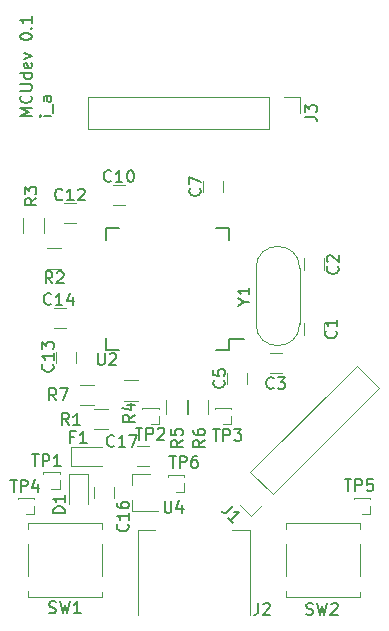
<source format=gbr>
G04 #@! TF.FileFunction,Legend,Top*
%FSLAX46Y46*%
G04 Gerber Fmt 4.6, Leading zero omitted, Abs format (unit mm)*
G04 Created by KiCad (PCBNEW 4.0.7-e2-6376~58~ubuntu16.04.1) date Tue Nov 14 14:50:52 2017*
%MOMM*%
%LPD*%
G01*
G04 APERTURE LIST*
%ADD10C,0.100000*%
%ADD11C,0.200000*%
%ADD12C,0.120000*%
%ADD13C,0.150000*%
G04 APERTURE END LIST*
D10*
D11*
X203842881Y-76461833D02*
X203176214Y-76461833D01*
X202842881Y-76461833D02*
X202890500Y-76509452D01*
X202938119Y-76461833D01*
X202890500Y-76414214D01*
X202842881Y-76461833D01*
X202938119Y-76461833D01*
X203938119Y-76223738D02*
X203938119Y-75461833D01*
X203842881Y-74795166D02*
X203319071Y-74795166D01*
X203223833Y-74842785D01*
X203176214Y-74938023D01*
X203176214Y-75128500D01*
X203223833Y-75223738D01*
X203795262Y-74795166D02*
X203842881Y-74890404D01*
X203842881Y-75128500D01*
X203795262Y-75223738D01*
X203700024Y-75271357D01*
X203604786Y-75271357D01*
X203509548Y-75223738D01*
X203461929Y-75128500D01*
X203461929Y-74890404D01*
X203414310Y-74795166D01*
X202191881Y-76453476D02*
X201191881Y-76453476D01*
X201906167Y-76120142D01*
X201191881Y-75786809D01*
X202191881Y-75786809D01*
X202096643Y-74739190D02*
X202144262Y-74786809D01*
X202191881Y-74929666D01*
X202191881Y-75024904D01*
X202144262Y-75167762D01*
X202049024Y-75263000D01*
X201953786Y-75310619D01*
X201763310Y-75358238D01*
X201620452Y-75358238D01*
X201429976Y-75310619D01*
X201334738Y-75263000D01*
X201239500Y-75167762D01*
X201191881Y-75024904D01*
X201191881Y-74929666D01*
X201239500Y-74786809D01*
X201287119Y-74739190D01*
X201191881Y-74310619D02*
X202001405Y-74310619D01*
X202096643Y-74263000D01*
X202144262Y-74215381D01*
X202191881Y-74120143D01*
X202191881Y-73929666D01*
X202144262Y-73834428D01*
X202096643Y-73786809D01*
X202001405Y-73739190D01*
X201191881Y-73739190D01*
X202191881Y-72834428D02*
X201191881Y-72834428D01*
X202144262Y-72834428D02*
X202191881Y-72929666D01*
X202191881Y-73120143D01*
X202144262Y-73215381D01*
X202096643Y-73263000D01*
X202001405Y-73310619D01*
X201715690Y-73310619D01*
X201620452Y-73263000D01*
X201572833Y-73215381D01*
X201525214Y-73120143D01*
X201525214Y-72929666D01*
X201572833Y-72834428D01*
X202144262Y-71977285D02*
X202191881Y-72072523D01*
X202191881Y-72263000D01*
X202144262Y-72358238D01*
X202049024Y-72405857D01*
X201668071Y-72405857D01*
X201572833Y-72358238D01*
X201525214Y-72263000D01*
X201525214Y-72072523D01*
X201572833Y-71977285D01*
X201668071Y-71929666D01*
X201763310Y-71929666D01*
X201858548Y-72405857D01*
X201525214Y-71596333D02*
X202191881Y-71358238D01*
X201525214Y-71120142D01*
X201191881Y-69786809D02*
X201191881Y-69691570D01*
X201239500Y-69596332D01*
X201287119Y-69548713D01*
X201382357Y-69501094D01*
X201572833Y-69453475D01*
X201810929Y-69453475D01*
X202001405Y-69501094D01*
X202096643Y-69548713D01*
X202144262Y-69596332D01*
X202191881Y-69691570D01*
X202191881Y-69786809D01*
X202144262Y-69882047D01*
X202096643Y-69929666D01*
X202001405Y-69977285D01*
X201810929Y-70024904D01*
X201572833Y-70024904D01*
X201382357Y-69977285D01*
X201287119Y-69929666D01*
X201239500Y-69882047D01*
X201191881Y-69786809D01*
X202096643Y-69024904D02*
X202144262Y-68977285D01*
X202191881Y-69024904D01*
X202144262Y-69072523D01*
X202096643Y-69024904D01*
X202191881Y-69024904D01*
X202191881Y-68024904D02*
X202191881Y-68596333D01*
X202191881Y-68310619D02*
X201191881Y-68310619D01*
X201334738Y-68405857D01*
X201429976Y-68501095D01*
X201477595Y-68596333D01*
D12*
X226910000Y-94988000D02*
X226910000Y-93988000D01*
X225210000Y-93988000D02*
X225210000Y-94988000D01*
X225197300Y-88488900D02*
X225197300Y-89488900D01*
X226897300Y-89488900D02*
X226897300Y-88488900D01*
X223385000Y-96559000D02*
X222385000Y-96559000D01*
X222385000Y-98259000D02*
X223385000Y-98259000D01*
X218733000Y-98179000D02*
X218733000Y-99179000D01*
X220433000Y-99179000D02*
X220433000Y-98179000D01*
X216701000Y-81923000D02*
X216701000Y-82923000D01*
X218401000Y-82923000D02*
X218401000Y-81923000D01*
X209050000Y-84035000D02*
X210050000Y-84035000D01*
X210050000Y-82335000D02*
X209050000Y-82335000D01*
X205922500Y-83795500D02*
X204922500Y-83795500D01*
X204922500Y-85495500D02*
X205922500Y-85495500D01*
X205955000Y-97401000D02*
X205955000Y-96401000D01*
X204255000Y-96401000D02*
X204255000Y-97401000D01*
X204097000Y-94449000D02*
X205097000Y-94449000D01*
X205097000Y-92749000D02*
X204097000Y-92749000D01*
X209130000Y-108831000D02*
X209130000Y-107831000D01*
X207430000Y-107831000D02*
X207430000Y-108831000D01*
X211082000Y-106133000D02*
X212082000Y-106133000D01*
X212082000Y-104433000D02*
X211082000Y-104433000D01*
X206921000Y-106731000D02*
X205321000Y-106731000D01*
X205321000Y-106731000D02*
X205321000Y-109331000D01*
X206921000Y-106731000D02*
X206921000Y-109331000D01*
X205537000Y-104483000D02*
X205537000Y-106083000D01*
X205537000Y-106083000D02*
X208137000Y-106083000D01*
X205537000Y-104483000D02*
X208137000Y-104483000D01*
X231587160Y-99477744D02*
X229706256Y-97596840D01*
X222564478Y-108500426D02*
X231587160Y-99477744D01*
X220683574Y-106619522D02*
X229706256Y-97596840D01*
X222564478Y-108500426D02*
X220683574Y-106619522D01*
X221666452Y-109398452D02*
X220726000Y-110338904D01*
X220726000Y-110338904D02*
X219785548Y-109398452D01*
X203489000Y-87639000D02*
X204689000Y-87639000D01*
X204689000Y-89399000D02*
X203489000Y-89399000D01*
X203191000Y-85125000D02*
X203191000Y-86325000D01*
X201431000Y-86325000D02*
X201431000Y-85125000D01*
X211166000Y-100575000D02*
X209966000Y-100575000D01*
X209966000Y-98815000D02*
X211166000Y-98815000D01*
X215306800Y-100517400D02*
X215306800Y-101717400D01*
X213546800Y-101717400D02*
X213546800Y-100517400D01*
X215375600Y-101717400D02*
X215375600Y-100517400D01*
X217135600Y-100517400D02*
X217135600Y-101717400D01*
X201828000Y-116696000D02*
X201828000Y-117146000D01*
X201828000Y-117146000D02*
X208128000Y-117146000D01*
X208128000Y-117146000D02*
X208128000Y-116746000D01*
X201828000Y-115396000D02*
X201828000Y-112696000D01*
X208128000Y-112696000D02*
X208128000Y-115396000D01*
X201828000Y-110946000D02*
X208128000Y-110946000D01*
X208128000Y-110946000D02*
X208128000Y-111396000D01*
X201828000Y-111396000D02*
X201828000Y-110946000D01*
X223672000Y-116696000D02*
X223672000Y-117146000D01*
X223672000Y-117146000D02*
X229972000Y-117146000D01*
X229972000Y-117146000D02*
X229972000Y-116746000D01*
X223672000Y-115396000D02*
X223672000Y-112696000D01*
X229972000Y-112696000D02*
X229972000Y-115396000D01*
X223672000Y-110946000D02*
X229972000Y-110946000D01*
X229972000Y-110946000D02*
X229972000Y-111396000D01*
X223672000Y-111396000D02*
X223672000Y-110946000D01*
X210695000Y-106751000D02*
X210695000Y-107681000D01*
X210695000Y-109911000D02*
X210695000Y-108981000D01*
X210695000Y-109911000D02*
X212855000Y-109911000D01*
X210695000Y-106751000D02*
X212155000Y-106751000D01*
X206950000Y-74870000D02*
X206950000Y-77530000D01*
X222250000Y-74870000D02*
X206950000Y-74870000D01*
X222250000Y-77530000D02*
X206950000Y-77530000D01*
X222250000Y-74870000D02*
X222250000Y-77530000D01*
X223520000Y-74870000D02*
X224850000Y-74870000D01*
X224850000Y-74870000D02*
X224850000Y-76200000D01*
X204530000Y-106630000D02*
X203140000Y-106630000D01*
X204530000Y-106630000D02*
X204530000Y-106755000D01*
X203140000Y-106630000D02*
X203140000Y-106755000D01*
X204530000Y-106630000D02*
X204443276Y-106630000D01*
X203226724Y-106630000D02*
X203140000Y-106630000D01*
X204530000Y-107315000D02*
X204530000Y-108000000D01*
X204530000Y-108000000D02*
X203835000Y-108000000D01*
X212937400Y-101169000D02*
X211547400Y-101169000D01*
X212937400Y-101169000D02*
X212937400Y-101294000D01*
X211547400Y-101169000D02*
X211547400Y-101294000D01*
X212937400Y-101169000D02*
X212850676Y-101169000D01*
X211634124Y-101169000D02*
X211547400Y-101169000D01*
X212937400Y-101854000D02*
X212937400Y-102539000D01*
X212937400Y-102539000D02*
X212242400Y-102539000D01*
X219084200Y-101169000D02*
X217694200Y-101169000D01*
X219084200Y-101169000D02*
X219084200Y-101294000D01*
X217694200Y-101169000D02*
X217694200Y-101294000D01*
X219084200Y-101169000D02*
X218997476Y-101169000D01*
X217780924Y-101169000D02*
X217694200Y-101169000D01*
X219084200Y-101854000D02*
X219084200Y-102539000D01*
X219084200Y-102539000D02*
X218389200Y-102539000D01*
X202371000Y-108789000D02*
X200981000Y-108789000D01*
X202371000Y-108789000D02*
X202371000Y-108914000D01*
X200981000Y-108789000D02*
X200981000Y-108914000D01*
X202371000Y-108789000D02*
X202284276Y-108789000D01*
X201067724Y-108789000D02*
X200981000Y-108789000D01*
X202371000Y-109474000D02*
X202371000Y-110159000D01*
X202371000Y-110159000D02*
X201676000Y-110159000D01*
X230819000Y-108789000D02*
X229429000Y-108789000D01*
X230819000Y-108789000D02*
X230819000Y-108914000D01*
X229429000Y-108789000D02*
X229429000Y-108914000D01*
X230819000Y-108789000D02*
X230732276Y-108789000D01*
X229515724Y-108789000D02*
X229429000Y-108789000D01*
X230819000Y-109474000D02*
X230819000Y-110159000D01*
X230819000Y-110159000D02*
X230124000Y-110159000D01*
X215071000Y-106884000D02*
X213681000Y-106884000D01*
X215071000Y-106884000D02*
X215071000Y-107009000D01*
X213681000Y-106884000D02*
X213681000Y-107009000D01*
X215071000Y-106884000D02*
X214984276Y-106884000D01*
X213767724Y-106884000D02*
X213681000Y-106884000D01*
X215071000Y-107569000D02*
X215071000Y-108254000D01*
X215071000Y-108254000D02*
X214376000Y-108254000D01*
D13*
X218852500Y-96297500D02*
X218852500Y-95347500D01*
X208502500Y-96297500D02*
X208502500Y-95247500D01*
X208502500Y-85947500D02*
X208502500Y-86997500D01*
X218852500Y-85947500D02*
X218852500Y-86997500D01*
X218852500Y-96297500D02*
X217802500Y-96297500D01*
X218852500Y-85947500D02*
X217802500Y-85947500D01*
X208502500Y-85947500D02*
X209552500Y-85947500D01*
X208502500Y-96297500D02*
X209552500Y-96297500D01*
X218852500Y-95347500D02*
X220127500Y-95347500D01*
D12*
X208626000Y-102988000D02*
X207426000Y-102988000D01*
X207426000Y-101228000D02*
X208626000Y-101228000D01*
X207483000Y-100956000D02*
X206283000Y-100956000D01*
X206283000Y-99196000D02*
X207483000Y-99196000D01*
X219150000Y-111470000D02*
X220650000Y-111470000D01*
X220650000Y-111470000D02*
X220650000Y-118730000D01*
X211150000Y-111470000D02*
X211150000Y-118730000D01*
X211150000Y-111470000D02*
X212650000Y-111470000D01*
X221162000Y-94049000D02*
X221162000Y-89349000D01*
X224862000Y-94049000D02*
X224862000Y-89349000D01*
X224862000Y-94049000D02*
G75*
G02X221162000Y-94049000I-1850000J0D01*
G01*
X224862000Y-89349000D02*
G75*
G03X221162000Y-89349000I-1850000J0D01*
G01*
D13*
X227917143Y-94654666D02*
X227964762Y-94702285D01*
X228012381Y-94845142D01*
X228012381Y-94940380D01*
X227964762Y-95083238D01*
X227869524Y-95178476D01*
X227774286Y-95226095D01*
X227583810Y-95273714D01*
X227440952Y-95273714D01*
X227250476Y-95226095D01*
X227155238Y-95178476D01*
X227060000Y-95083238D01*
X227012381Y-94940380D01*
X227012381Y-94845142D01*
X227060000Y-94702285D01*
X227107619Y-94654666D01*
X228012381Y-93702285D02*
X228012381Y-94273714D01*
X228012381Y-93988000D02*
X227012381Y-93988000D01*
X227155238Y-94083238D01*
X227250476Y-94178476D01*
X227298095Y-94273714D01*
X228068143Y-89193666D02*
X228115762Y-89241285D01*
X228163381Y-89384142D01*
X228163381Y-89479380D01*
X228115762Y-89622238D01*
X228020524Y-89717476D01*
X227925286Y-89765095D01*
X227734810Y-89812714D01*
X227591952Y-89812714D01*
X227401476Y-89765095D01*
X227306238Y-89717476D01*
X227211000Y-89622238D01*
X227163381Y-89479380D01*
X227163381Y-89384142D01*
X227211000Y-89241285D01*
X227258619Y-89193666D01*
X227258619Y-88812714D02*
X227211000Y-88765095D01*
X227163381Y-88669857D01*
X227163381Y-88431761D01*
X227211000Y-88336523D01*
X227258619Y-88288904D01*
X227353857Y-88241285D01*
X227449095Y-88241285D01*
X227591952Y-88288904D01*
X228163381Y-88860333D01*
X228163381Y-88241285D01*
X222654834Y-99480643D02*
X222607215Y-99528262D01*
X222464358Y-99575881D01*
X222369120Y-99575881D01*
X222226262Y-99528262D01*
X222131024Y-99433024D01*
X222083405Y-99337786D01*
X222035786Y-99147310D01*
X222035786Y-99004452D01*
X222083405Y-98813976D01*
X222131024Y-98718738D01*
X222226262Y-98623500D01*
X222369120Y-98575881D01*
X222464358Y-98575881D01*
X222607215Y-98623500D01*
X222654834Y-98671119D01*
X222988167Y-98575881D02*
X223607215Y-98575881D01*
X223273881Y-98956833D01*
X223416739Y-98956833D01*
X223511977Y-99004452D01*
X223559596Y-99052071D01*
X223607215Y-99147310D01*
X223607215Y-99385405D01*
X223559596Y-99480643D01*
X223511977Y-99528262D01*
X223416739Y-99575881D01*
X223131024Y-99575881D01*
X223035786Y-99528262D01*
X222988167Y-99480643D01*
X218440143Y-98845666D02*
X218487762Y-98893285D01*
X218535381Y-99036142D01*
X218535381Y-99131380D01*
X218487762Y-99274238D01*
X218392524Y-99369476D01*
X218297286Y-99417095D01*
X218106810Y-99464714D01*
X217963952Y-99464714D01*
X217773476Y-99417095D01*
X217678238Y-99369476D01*
X217583000Y-99274238D01*
X217535381Y-99131380D01*
X217535381Y-99036142D01*
X217583000Y-98893285D01*
X217630619Y-98845666D01*
X217535381Y-97940904D02*
X217535381Y-98417095D01*
X218011571Y-98464714D01*
X217963952Y-98417095D01*
X217916333Y-98321857D01*
X217916333Y-98083761D01*
X217963952Y-97988523D01*
X218011571Y-97940904D01*
X218106810Y-97893285D01*
X218344905Y-97893285D01*
X218440143Y-97940904D01*
X218487762Y-97988523D01*
X218535381Y-98083761D01*
X218535381Y-98321857D01*
X218487762Y-98417095D01*
X218440143Y-98464714D01*
X216408143Y-82589666D02*
X216455762Y-82637285D01*
X216503381Y-82780142D01*
X216503381Y-82875380D01*
X216455762Y-83018238D01*
X216360524Y-83113476D01*
X216265286Y-83161095D01*
X216074810Y-83208714D01*
X215931952Y-83208714D01*
X215741476Y-83161095D01*
X215646238Y-83113476D01*
X215551000Y-83018238D01*
X215503381Y-82875380D01*
X215503381Y-82780142D01*
X215551000Y-82637285D01*
X215598619Y-82589666D01*
X215503381Y-82256333D02*
X215503381Y-81589666D01*
X216503381Y-82018238D01*
X208907143Y-81954643D02*
X208859524Y-82002262D01*
X208716667Y-82049881D01*
X208621429Y-82049881D01*
X208478571Y-82002262D01*
X208383333Y-81907024D01*
X208335714Y-81811786D01*
X208288095Y-81621310D01*
X208288095Y-81478452D01*
X208335714Y-81287976D01*
X208383333Y-81192738D01*
X208478571Y-81097500D01*
X208621429Y-81049881D01*
X208716667Y-81049881D01*
X208859524Y-81097500D01*
X208907143Y-81145119D01*
X209859524Y-82049881D02*
X209288095Y-82049881D01*
X209573809Y-82049881D02*
X209573809Y-81049881D01*
X209478571Y-81192738D01*
X209383333Y-81287976D01*
X209288095Y-81335595D01*
X210478571Y-81049881D02*
X210573810Y-81049881D01*
X210669048Y-81097500D01*
X210716667Y-81145119D01*
X210764286Y-81240357D01*
X210811905Y-81430833D01*
X210811905Y-81668929D01*
X210764286Y-81859405D01*
X210716667Y-81954643D01*
X210669048Y-82002262D01*
X210573810Y-82049881D01*
X210478571Y-82049881D01*
X210383333Y-82002262D01*
X210335714Y-81954643D01*
X210288095Y-81859405D01*
X210240476Y-81668929D01*
X210240476Y-81430833D01*
X210288095Y-81240357D01*
X210335714Y-81145119D01*
X210383333Y-81097500D01*
X210478571Y-81049881D01*
X204779643Y-83502643D02*
X204732024Y-83550262D01*
X204589167Y-83597881D01*
X204493929Y-83597881D01*
X204351071Y-83550262D01*
X204255833Y-83455024D01*
X204208214Y-83359786D01*
X204160595Y-83169310D01*
X204160595Y-83026452D01*
X204208214Y-82835976D01*
X204255833Y-82740738D01*
X204351071Y-82645500D01*
X204493929Y-82597881D01*
X204589167Y-82597881D01*
X204732024Y-82645500D01*
X204779643Y-82693119D01*
X205732024Y-83597881D02*
X205160595Y-83597881D01*
X205446309Y-83597881D02*
X205446309Y-82597881D01*
X205351071Y-82740738D01*
X205255833Y-82835976D01*
X205160595Y-82883595D01*
X206112976Y-82693119D02*
X206160595Y-82645500D01*
X206255833Y-82597881D01*
X206493929Y-82597881D01*
X206589167Y-82645500D01*
X206636786Y-82693119D01*
X206684405Y-82788357D01*
X206684405Y-82883595D01*
X206636786Y-83026452D01*
X206065357Y-83597881D01*
X206684405Y-83597881D01*
X203938143Y-97480357D02*
X203985762Y-97527976D01*
X204033381Y-97670833D01*
X204033381Y-97766071D01*
X203985762Y-97908929D01*
X203890524Y-98004167D01*
X203795286Y-98051786D01*
X203604810Y-98099405D01*
X203461952Y-98099405D01*
X203271476Y-98051786D01*
X203176238Y-98004167D01*
X203081000Y-97908929D01*
X203033381Y-97766071D01*
X203033381Y-97670833D01*
X203081000Y-97527976D01*
X203128619Y-97480357D01*
X204033381Y-96527976D02*
X204033381Y-97099405D01*
X204033381Y-96813691D02*
X203033381Y-96813691D01*
X203176238Y-96908929D01*
X203271476Y-97004167D01*
X203319095Y-97099405D01*
X203033381Y-96194643D02*
X203033381Y-95575595D01*
X203414333Y-95908929D01*
X203414333Y-95766071D01*
X203461952Y-95670833D01*
X203509571Y-95623214D01*
X203604810Y-95575595D01*
X203842905Y-95575595D01*
X203938143Y-95623214D01*
X203985762Y-95670833D01*
X204033381Y-95766071D01*
X204033381Y-96051786D01*
X203985762Y-96147024D01*
X203938143Y-96194643D01*
X203827143Y-92368643D02*
X203779524Y-92416262D01*
X203636667Y-92463881D01*
X203541429Y-92463881D01*
X203398571Y-92416262D01*
X203303333Y-92321024D01*
X203255714Y-92225786D01*
X203208095Y-92035310D01*
X203208095Y-91892452D01*
X203255714Y-91701976D01*
X203303333Y-91606738D01*
X203398571Y-91511500D01*
X203541429Y-91463881D01*
X203636667Y-91463881D01*
X203779524Y-91511500D01*
X203827143Y-91559119D01*
X204779524Y-92463881D02*
X204208095Y-92463881D01*
X204493809Y-92463881D02*
X204493809Y-91463881D01*
X204398571Y-91606738D01*
X204303333Y-91701976D01*
X204208095Y-91749595D01*
X205636667Y-91797214D02*
X205636667Y-92463881D01*
X205398571Y-91416262D02*
X205160476Y-92130548D01*
X205779524Y-92130548D01*
X210288143Y-111005857D02*
X210335762Y-111053476D01*
X210383381Y-111196333D01*
X210383381Y-111291571D01*
X210335762Y-111434429D01*
X210240524Y-111529667D01*
X210145286Y-111577286D01*
X209954810Y-111624905D01*
X209811952Y-111624905D01*
X209621476Y-111577286D01*
X209526238Y-111529667D01*
X209431000Y-111434429D01*
X209383381Y-111291571D01*
X209383381Y-111196333D01*
X209431000Y-111053476D01*
X209478619Y-111005857D01*
X210383381Y-110053476D02*
X210383381Y-110624905D01*
X210383381Y-110339191D02*
X209383381Y-110339191D01*
X209526238Y-110434429D01*
X209621476Y-110529667D01*
X209669095Y-110624905D01*
X209383381Y-109196333D02*
X209383381Y-109386810D01*
X209431000Y-109482048D01*
X209478619Y-109529667D01*
X209621476Y-109624905D01*
X209811952Y-109672524D01*
X210192905Y-109672524D01*
X210288143Y-109624905D01*
X210335762Y-109577286D01*
X210383381Y-109482048D01*
X210383381Y-109291571D01*
X210335762Y-109196333D01*
X210288143Y-109148714D01*
X210192905Y-109101095D01*
X209954810Y-109101095D01*
X209859571Y-109148714D01*
X209811952Y-109196333D01*
X209764333Y-109291571D01*
X209764333Y-109482048D01*
X209811952Y-109577286D01*
X209859571Y-109624905D01*
X209954810Y-109672524D01*
X209161143Y-104370143D02*
X209113524Y-104417762D01*
X208970667Y-104465381D01*
X208875429Y-104465381D01*
X208732571Y-104417762D01*
X208637333Y-104322524D01*
X208589714Y-104227286D01*
X208542095Y-104036810D01*
X208542095Y-103893952D01*
X208589714Y-103703476D01*
X208637333Y-103608238D01*
X208732571Y-103513000D01*
X208875429Y-103465381D01*
X208970667Y-103465381D01*
X209113524Y-103513000D01*
X209161143Y-103560619D01*
X210113524Y-104465381D02*
X209542095Y-104465381D01*
X209827809Y-104465381D02*
X209827809Y-103465381D01*
X209732571Y-103608238D01*
X209637333Y-103703476D01*
X209542095Y-103751095D01*
X210446857Y-103465381D02*
X211113524Y-103465381D01*
X210684952Y-104465381D01*
X204985881Y-110085095D02*
X203985881Y-110085095D01*
X203985881Y-109847000D01*
X204033500Y-109704142D01*
X204128738Y-109608904D01*
X204223976Y-109561285D01*
X204414452Y-109513666D01*
X204557310Y-109513666D01*
X204747786Y-109561285D01*
X204843024Y-109608904D01*
X204938262Y-109704142D01*
X204985881Y-109847000D01*
X204985881Y-110085095D01*
X204985881Y-108561285D02*
X204985881Y-109132714D01*
X204985881Y-108847000D02*
X203985881Y-108847000D01*
X204128738Y-108942238D01*
X204223976Y-109037476D01*
X204271595Y-109132714D01*
X205787667Y-103624071D02*
X205454333Y-103624071D01*
X205454333Y-104147881D02*
X205454333Y-103147881D01*
X205930524Y-103147881D01*
X206835286Y-104147881D02*
X206263857Y-104147881D01*
X206549571Y-104147881D02*
X206549571Y-103147881D01*
X206454333Y-103290738D01*
X206359095Y-103385976D01*
X206263857Y-103433595D01*
X219229964Y-109482632D02*
X218724888Y-109987708D01*
X218590200Y-110055051D01*
X218455513Y-110055051D01*
X218320826Y-109987708D01*
X218253483Y-109920364D01*
X219229964Y-110896845D02*
X218825903Y-110492784D01*
X219027933Y-110694814D02*
X219735040Y-109987708D01*
X219566681Y-110021379D01*
X219431994Y-110021379D01*
X219330979Y-109987708D01*
X203922334Y-90621381D02*
X203589000Y-90145190D01*
X203350905Y-90621381D02*
X203350905Y-89621381D01*
X203731858Y-89621381D01*
X203827096Y-89669000D01*
X203874715Y-89716619D01*
X203922334Y-89811857D01*
X203922334Y-89954714D01*
X203874715Y-90049952D01*
X203827096Y-90097571D01*
X203731858Y-90145190D01*
X203350905Y-90145190D01*
X204303286Y-89716619D02*
X204350905Y-89669000D01*
X204446143Y-89621381D01*
X204684239Y-89621381D01*
X204779477Y-89669000D01*
X204827096Y-89716619D01*
X204874715Y-89811857D01*
X204874715Y-89907095D01*
X204827096Y-90049952D01*
X204255667Y-90621381D01*
X204874715Y-90621381D01*
X202572881Y-83415166D02*
X202096690Y-83748500D01*
X202572881Y-83986595D02*
X201572881Y-83986595D01*
X201572881Y-83605642D01*
X201620500Y-83510404D01*
X201668119Y-83462785D01*
X201763357Y-83415166D01*
X201906214Y-83415166D01*
X202001452Y-83462785D01*
X202049071Y-83510404D01*
X202096690Y-83605642D01*
X202096690Y-83986595D01*
X201572881Y-83081833D02*
X201572881Y-82462785D01*
X201953833Y-82796119D01*
X201953833Y-82653261D01*
X202001452Y-82558023D01*
X202049071Y-82510404D01*
X202144310Y-82462785D01*
X202382405Y-82462785D01*
X202477643Y-82510404D01*
X202525262Y-82558023D01*
X202572881Y-82653261D01*
X202572881Y-82938976D01*
X202525262Y-83034214D01*
X202477643Y-83081833D01*
X210891381Y-101766666D02*
X210415190Y-102100000D01*
X210891381Y-102338095D02*
X209891381Y-102338095D01*
X209891381Y-101957142D01*
X209939000Y-101861904D01*
X209986619Y-101814285D01*
X210081857Y-101766666D01*
X210224714Y-101766666D01*
X210319952Y-101814285D01*
X210367571Y-101861904D01*
X210415190Y-101957142D01*
X210415190Y-102338095D01*
X210224714Y-100909523D02*
X210891381Y-100909523D01*
X209843762Y-101147619D02*
X210558048Y-101385714D01*
X210558048Y-100766666D01*
X214942681Y-103887566D02*
X214466490Y-104220900D01*
X214942681Y-104458995D02*
X213942681Y-104458995D01*
X213942681Y-104078042D01*
X213990300Y-103982804D01*
X214037919Y-103935185D01*
X214133157Y-103887566D01*
X214276014Y-103887566D01*
X214371252Y-103935185D01*
X214418871Y-103982804D01*
X214466490Y-104078042D01*
X214466490Y-104458995D01*
X213942681Y-102982804D02*
X213942681Y-103458995D01*
X214418871Y-103506614D01*
X214371252Y-103458995D01*
X214323633Y-103363757D01*
X214323633Y-103125661D01*
X214371252Y-103030423D01*
X214418871Y-102982804D01*
X214514110Y-102935185D01*
X214752205Y-102935185D01*
X214847443Y-102982804D01*
X214895062Y-103030423D01*
X214942681Y-103125661D01*
X214942681Y-103363757D01*
X214895062Y-103458995D01*
X214847443Y-103506614D01*
X216834981Y-103887566D02*
X216358790Y-104220900D01*
X216834981Y-104458995D02*
X215834981Y-104458995D01*
X215834981Y-104078042D01*
X215882600Y-103982804D01*
X215930219Y-103935185D01*
X216025457Y-103887566D01*
X216168314Y-103887566D01*
X216263552Y-103935185D01*
X216311171Y-103982804D01*
X216358790Y-104078042D01*
X216358790Y-104458995D01*
X215834981Y-103030423D02*
X215834981Y-103220900D01*
X215882600Y-103316138D01*
X215930219Y-103363757D01*
X216073076Y-103458995D01*
X216263552Y-103506614D01*
X216644505Y-103506614D01*
X216739743Y-103458995D01*
X216787362Y-103411376D01*
X216834981Y-103316138D01*
X216834981Y-103125661D01*
X216787362Y-103030423D01*
X216739743Y-102982804D01*
X216644505Y-102935185D01*
X216406410Y-102935185D01*
X216311171Y-102982804D01*
X216263552Y-103030423D01*
X216215933Y-103125661D01*
X216215933Y-103316138D01*
X216263552Y-103411376D01*
X216311171Y-103458995D01*
X216406410Y-103506614D01*
X203644667Y-118514762D02*
X203787524Y-118562381D01*
X204025620Y-118562381D01*
X204120858Y-118514762D01*
X204168477Y-118467143D01*
X204216096Y-118371905D01*
X204216096Y-118276667D01*
X204168477Y-118181429D01*
X204120858Y-118133810D01*
X204025620Y-118086190D01*
X203835143Y-118038571D01*
X203739905Y-117990952D01*
X203692286Y-117943333D01*
X203644667Y-117848095D01*
X203644667Y-117752857D01*
X203692286Y-117657619D01*
X203739905Y-117610000D01*
X203835143Y-117562381D01*
X204073239Y-117562381D01*
X204216096Y-117610000D01*
X204549429Y-117562381D02*
X204787524Y-118562381D01*
X204978001Y-117848095D01*
X205168477Y-118562381D01*
X205406572Y-117562381D01*
X206311334Y-118562381D02*
X205739905Y-118562381D01*
X206025619Y-118562381D02*
X206025619Y-117562381D01*
X205930381Y-117705238D01*
X205835143Y-117800476D01*
X205739905Y-117848095D01*
X225425167Y-118641762D02*
X225568024Y-118689381D01*
X225806120Y-118689381D01*
X225901358Y-118641762D01*
X225948977Y-118594143D01*
X225996596Y-118498905D01*
X225996596Y-118403667D01*
X225948977Y-118308429D01*
X225901358Y-118260810D01*
X225806120Y-118213190D01*
X225615643Y-118165571D01*
X225520405Y-118117952D01*
X225472786Y-118070333D01*
X225425167Y-117975095D01*
X225425167Y-117879857D01*
X225472786Y-117784619D01*
X225520405Y-117737000D01*
X225615643Y-117689381D01*
X225853739Y-117689381D01*
X225996596Y-117737000D01*
X226329929Y-117689381D02*
X226568024Y-118689381D01*
X226758501Y-117975095D01*
X226948977Y-118689381D01*
X227187072Y-117689381D01*
X227520405Y-117784619D02*
X227568024Y-117737000D01*
X227663262Y-117689381D01*
X227901358Y-117689381D01*
X227996596Y-117737000D01*
X228044215Y-117784619D01*
X228091834Y-117879857D01*
X228091834Y-117975095D01*
X228044215Y-118117952D01*
X227472786Y-118689381D01*
X228091834Y-118689381D01*
X213423595Y-109053381D02*
X213423595Y-109862905D01*
X213471214Y-109958143D01*
X213518833Y-110005762D01*
X213614071Y-110053381D01*
X213804548Y-110053381D01*
X213899786Y-110005762D01*
X213947405Y-109958143D01*
X213995024Y-109862905D01*
X213995024Y-109053381D01*
X214899786Y-109386714D02*
X214899786Y-110053381D01*
X214661690Y-109005762D02*
X214423595Y-109720048D01*
X215042643Y-109720048D01*
X225302381Y-76533333D02*
X226016667Y-76533333D01*
X226159524Y-76580953D01*
X226254762Y-76676191D01*
X226302381Y-76819048D01*
X226302381Y-76914286D01*
X225302381Y-76152381D02*
X225302381Y-75533333D01*
X225683333Y-75866667D01*
X225683333Y-75723809D01*
X225730952Y-75628571D01*
X225778571Y-75580952D01*
X225873810Y-75533333D01*
X226111905Y-75533333D01*
X226207143Y-75580952D01*
X226254762Y-75628571D01*
X226302381Y-75723809D01*
X226302381Y-76009524D01*
X226254762Y-76104762D01*
X226207143Y-76152381D01*
X202192095Y-105116381D02*
X202763524Y-105116381D01*
X202477809Y-106116381D02*
X202477809Y-105116381D01*
X203096857Y-106116381D02*
X203096857Y-105116381D01*
X203477810Y-105116381D01*
X203573048Y-105164000D01*
X203620667Y-105211619D01*
X203668286Y-105306857D01*
X203668286Y-105449714D01*
X203620667Y-105544952D01*
X203573048Y-105592571D01*
X203477810Y-105640190D01*
X203096857Y-105640190D01*
X204620667Y-106116381D02*
X204049238Y-106116381D01*
X204334952Y-106116381D02*
X204334952Y-105116381D01*
X204239714Y-105259238D01*
X204144476Y-105354476D01*
X204049238Y-105402095D01*
X210980495Y-102866381D02*
X211551924Y-102866381D01*
X211266209Y-103866381D02*
X211266209Y-102866381D01*
X211885257Y-103866381D02*
X211885257Y-102866381D01*
X212266210Y-102866381D01*
X212361448Y-102914000D01*
X212409067Y-102961619D01*
X212456686Y-103056857D01*
X212456686Y-103199714D01*
X212409067Y-103294952D01*
X212361448Y-103342571D01*
X212266210Y-103390190D01*
X211885257Y-103390190D01*
X212837638Y-102961619D02*
X212885257Y-102914000D01*
X212980495Y-102866381D01*
X213218591Y-102866381D01*
X213313829Y-102914000D01*
X213361448Y-102961619D01*
X213409067Y-103056857D01*
X213409067Y-103152095D01*
X213361448Y-103294952D01*
X212790019Y-103866381D01*
X213409067Y-103866381D01*
X217508295Y-102957381D02*
X218079724Y-102957381D01*
X217794009Y-103957381D02*
X217794009Y-102957381D01*
X218413057Y-103957381D02*
X218413057Y-102957381D01*
X218794010Y-102957381D01*
X218889248Y-103005000D01*
X218936867Y-103052619D01*
X218984486Y-103147857D01*
X218984486Y-103290714D01*
X218936867Y-103385952D01*
X218889248Y-103433571D01*
X218794010Y-103481190D01*
X218413057Y-103481190D01*
X219317819Y-102957381D02*
X219936867Y-102957381D01*
X219603533Y-103338333D01*
X219746391Y-103338333D01*
X219841629Y-103385952D01*
X219889248Y-103433571D01*
X219936867Y-103528810D01*
X219936867Y-103766905D01*
X219889248Y-103862143D01*
X219841629Y-103909762D01*
X219746391Y-103957381D01*
X219460676Y-103957381D01*
X219365438Y-103909762D01*
X219317819Y-103862143D01*
X200350595Y-107275381D02*
X200922024Y-107275381D01*
X200636309Y-108275381D02*
X200636309Y-107275381D01*
X201255357Y-108275381D02*
X201255357Y-107275381D01*
X201636310Y-107275381D01*
X201731548Y-107323000D01*
X201779167Y-107370619D01*
X201826786Y-107465857D01*
X201826786Y-107608714D01*
X201779167Y-107703952D01*
X201731548Y-107751571D01*
X201636310Y-107799190D01*
X201255357Y-107799190D01*
X202683929Y-107608714D02*
X202683929Y-108275381D01*
X202445833Y-107227762D02*
X202207738Y-107942048D01*
X202826786Y-107942048D01*
X228671595Y-107211881D02*
X229243024Y-107211881D01*
X228957309Y-108211881D02*
X228957309Y-107211881D01*
X229576357Y-108211881D02*
X229576357Y-107211881D01*
X229957310Y-107211881D01*
X230052548Y-107259500D01*
X230100167Y-107307119D01*
X230147786Y-107402357D01*
X230147786Y-107545214D01*
X230100167Y-107640452D01*
X230052548Y-107688071D01*
X229957310Y-107735690D01*
X229576357Y-107735690D01*
X231052548Y-107211881D02*
X230576357Y-107211881D01*
X230528738Y-107688071D01*
X230576357Y-107640452D01*
X230671595Y-107592833D01*
X230909691Y-107592833D01*
X231004929Y-107640452D01*
X231052548Y-107688071D01*
X231100167Y-107783310D01*
X231100167Y-108021405D01*
X231052548Y-108116643D01*
X231004929Y-108164262D01*
X230909691Y-108211881D01*
X230671595Y-108211881D01*
X230576357Y-108164262D01*
X230528738Y-108116643D01*
X213812595Y-105243381D02*
X214384024Y-105243381D01*
X214098309Y-106243381D02*
X214098309Y-105243381D01*
X214717357Y-106243381D02*
X214717357Y-105243381D01*
X215098310Y-105243381D01*
X215193548Y-105291000D01*
X215241167Y-105338619D01*
X215288786Y-105433857D01*
X215288786Y-105576714D01*
X215241167Y-105671952D01*
X215193548Y-105719571D01*
X215098310Y-105767190D01*
X214717357Y-105767190D01*
X216145929Y-105243381D02*
X215955452Y-105243381D01*
X215860214Y-105291000D01*
X215812595Y-105338619D01*
X215717357Y-105481476D01*
X215669738Y-105671952D01*
X215669738Y-106052905D01*
X215717357Y-106148143D01*
X215764976Y-106195762D01*
X215860214Y-106243381D01*
X216050691Y-106243381D01*
X216145929Y-106195762D01*
X216193548Y-106148143D01*
X216241167Y-106052905D01*
X216241167Y-105814810D01*
X216193548Y-105719571D01*
X216145929Y-105671952D01*
X216050691Y-105624333D01*
X215860214Y-105624333D01*
X215764976Y-105671952D01*
X215717357Y-105719571D01*
X215669738Y-105814810D01*
X207772095Y-96543881D02*
X207772095Y-97353405D01*
X207819714Y-97448643D01*
X207867333Y-97496262D01*
X207962571Y-97543881D01*
X208153048Y-97543881D01*
X208248286Y-97496262D01*
X208295905Y-97448643D01*
X208343524Y-97353405D01*
X208343524Y-96543881D01*
X208772095Y-96639119D02*
X208819714Y-96591500D01*
X208914952Y-96543881D01*
X209153048Y-96543881D01*
X209248286Y-96591500D01*
X209295905Y-96639119D01*
X209343524Y-96734357D01*
X209343524Y-96829595D01*
X209295905Y-96972452D01*
X208724476Y-97543881D01*
X209343524Y-97543881D01*
X205319334Y-102623881D02*
X204986000Y-102147690D01*
X204747905Y-102623881D02*
X204747905Y-101623881D01*
X205128858Y-101623881D01*
X205224096Y-101671500D01*
X205271715Y-101719119D01*
X205319334Y-101814357D01*
X205319334Y-101957214D01*
X205271715Y-102052452D01*
X205224096Y-102100071D01*
X205128858Y-102147690D01*
X204747905Y-102147690D01*
X206271715Y-102623881D02*
X205700286Y-102623881D01*
X205986000Y-102623881D02*
X205986000Y-101623881D01*
X205890762Y-101766738D01*
X205795524Y-101861976D01*
X205700286Y-101909595D01*
X204239834Y-100528381D02*
X203906500Y-100052190D01*
X203668405Y-100528381D02*
X203668405Y-99528381D01*
X204049358Y-99528381D01*
X204144596Y-99576000D01*
X204192215Y-99623619D01*
X204239834Y-99718857D01*
X204239834Y-99861714D01*
X204192215Y-99956952D01*
X204144596Y-100004571D01*
X204049358Y-100052190D01*
X203668405Y-100052190D01*
X204573167Y-99528381D02*
X205239834Y-99528381D01*
X204811262Y-100528381D01*
X221345167Y-117689381D02*
X221345167Y-118403667D01*
X221297547Y-118546524D01*
X221202309Y-118641762D01*
X221059452Y-118689381D01*
X220964214Y-118689381D01*
X221773738Y-117784619D02*
X221821357Y-117737000D01*
X221916595Y-117689381D01*
X222154691Y-117689381D01*
X222249929Y-117737000D01*
X222297548Y-117784619D01*
X222345167Y-117879857D01*
X222345167Y-117975095D01*
X222297548Y-118117952D01*
X221726119Y-118689381D01*
X222345167Y-118689381D01*
X220138190Y-92175191D02*
X220614381Y-92175191D01*
X219614381Y-92508524D02*
X220138190Y-92175191D01*
X219614381Y-91841857D01*
X220614381Y-90984714D02*
X220614381Y-91556143D01*
X220614381Y-91270429D02*
X219614381Y-91270429D01*
X219757238Y-91365667D01*
X219852476Y-91460905D01*
X219900095Y-91556143D01*
M02*

</source>
